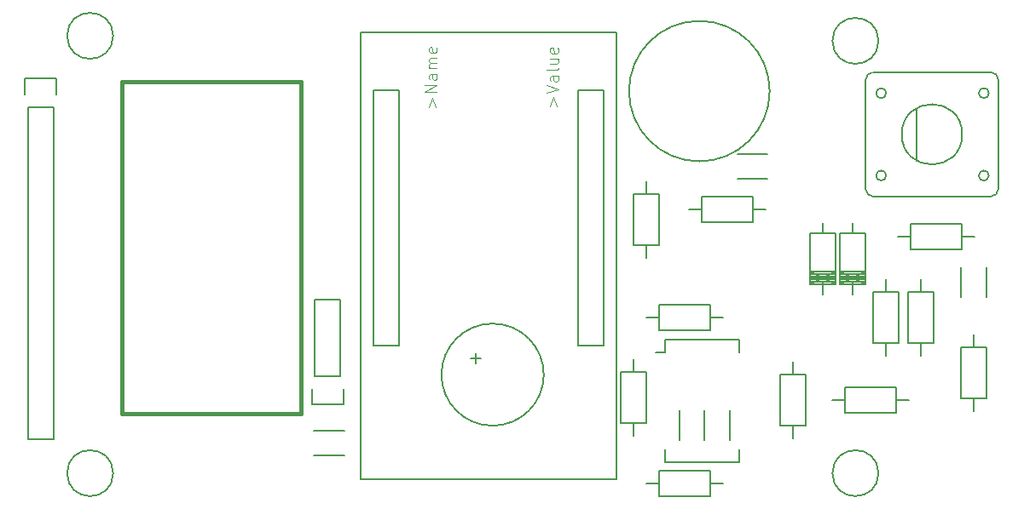
<source format=gbr>
G04 #@! TF.FileFunction,Legend,Top*
%FSLAX46Y46*%
G04 Gerber Fmt 4.6, Leading zero omitted, Abs format (unit mm)*
G04 Created by KiCad (PCBNEW 4.0.6) date 2017 May 09, Tuesday 22:38:20*
%MOMM*%
%LPD*%
G01*
G04 APERTURE LIST*
%ADD10C,0.100000*%
%ADD11C,0.127000*%
%ADD12C,0.150000*%
%ADD13C,0.200000*%
%ADD14C,0.381000*%
%ADD15C,0.101600*%
G04 APERTURE END LIST*
D10*
D11*
X125170000Y-92390000D02*
X127710000Y-92390000D01*
X127710000Y-92390000D02*
X127710000Y-117790000D01*
X127710000Y-117790000D02*
X125170000Y-117790000D01*
X125170000Y-117790000D02*
X125170000Y-92390000D01*
X145490000Y-92390000D02*
X148030000Y-92390000D01*
X148030000Y-92390000D02*
X148030000Y-117790000D01*
X148030000Y-117790000D02*
X145490000Y-117790000D01*
X145490000Y-117790000D02*
X145490000Y-92390000D01*
X149300000Y-86675000D02*
X149300000Y-131125000D01*
X149300000Y-131125000D02*
X123900000Y-131125000D01*
X123900000Y-131125000D02*
X123900000Y-86675000D01*
X123900000Y-86675000D02*
X149300000Y-86675000D01*
D12*
X99286000Y-87000000D02*
G75*
G03X99286000Y-87000000I-2286000J0D01*
G01*
X99286000Y-130500000D02*
G75*
G03X99286000Y-130500000I-2286000J0D01*
G01*
X175286000Y-87500000D02*
G75*
G03X175286000Y-87500000I-2286000J0D01*
G01*
X175286000Y-130500000D02*
G75*
G03X175286000Y-130500000I-2286000J0D01*
G01*
X135319000Y-118541000D02*
X135319000Y-119557000D01*
X134811000Y-119049000D02*
X135827000Y-119049000D01*
X142050000Y-120700000D02*
G75*
G03X142050000Y-120700000I-5080000J0D01*
G01*
X160500000Y-124250000D02*
X160500000Y-127250000D01*
X158000000Y-127250000D02*
X158000000Y-124250000D01*
X158000000Y-124250000D02*
X158000000Y-127250000D01*
X155500000Y-127250000D02*
X155500000Y-124250000D01*
X183500000Y-113000000D02*
X183500000Y-110000000D01*
X186000000Y-110000000D02*
X186000000Y-113000000D01*
X161250000Y-98750000D02*
X164250000Y-98750000D01*
X164250000Y-101250000D02*
X161250000Y-101250000D01*
X119250000Y-126250000D02*
X122250000Y-126250000D01*
X122250000Y-128750000D02*
X119250000Y-128750000D01*
X169747460Y-106630000D02*
X169747460Y-105614000D01*
X169747460Y-111456000D02*
X169747460Y-112726000D01*
X168477460Y-111202000D02*
X171017460Y-111202000D01*
X168477460Y-110948000D02*
X171017460Y-110948000D01*
X168477460Y-110694000D02*
X171017460Y-110694000D01*
X168477460Y-111456000D02*
X171017460Y-111456000D01*
X168477460Y-110440000D02*
X171017460Y-111710000D01*
X168477460Y-111710000D02*
X171017460Y-110440000D01*
X168477460Y-110440000D02*
X171017460Y-110440000D01*
X168477460Y-111075000D02*
X171017460Y-111075000D01*
X171017460Y-111710000D02*
X168477460Y-111710000D01*
X168477460Y-111710000D02*
X168477460Y-106630000D01*
X168477460Y-106630000D02*
X171017460Y-106630000D01*
X171017460Y-106630000D02*
X171017460Y-111710000D01*
X172747460Y-106630000D02*
X172747460Y-105614000D01*
X172747460Y-111456000D02*
X172747460Y-112726000D01*
X171477460Y-111202000D02*
X174017460Y-111202000D01*
X171477460Y-110948000D02*
X174017460Y-110948000D01*
X171477460Y-110694000D02*
X174017460Y-110694000D01*
X171477460Y-111456000D02*
X174017460Y-111456000D01*
X171477460Y-110440000D02*
X174017460Y-111710000D01*
X171477460Y-111710000D02*
X174017460Y-110440000D01*
X171477460Y-110440000D02*
X174017460Y-110440000D01*
X171477460Y-111075000D02*
X174017460Y-111075000D01*
X174017460Y-111710000D02*
X171477460Y-111710000D01*
X171477460Y-111710000D02*
X171477460Y-106630000D01*
X171477460Y-106630000D02*
X174017460Y-106630000D01*
X174017460Y-106630000D02*
X174017460Y-111710000D01*
D13*
X186250000Y-100900000D02*
G75*
G03X186250000Y-100900000I-500000J0D01*
G01*
X186250000Y-92700000D02*
G75*
G03X186250000Y-92700000I-500000J0D01*
G01*
X176050000Y-92700000D02*
G75*
G03X176050000Y-92700000I-500000J0D01*
G01*
X176050000Y-100900000D02*
G75*
G03X176050000Y-100900000I-500000J0D01*
G01*
X186400000Y-103000000D02*
X174800000Y-103000000D01*
X174800000Y-90600000D02*
X186400000Y-90600000D01*
X174000000Y-102200000D02*
X174000000Y-91400000D01*
X187200000Y-102200000D02*
X187200000Y-91400000D01*
X174000000Y-102200000D02*
G75*
G03X174800000Y-103000000I800000J0D01*
G01*
X186400000Y-103000000D02*
G75*
G03X187200000Y-102200000I0J800000D01*
G01*
X187200000Y-91400000D02*
G75*
G03X186400000Y-90600000I-800000J0D01*
G01*
X174800000Y-90600000D02*
G75*
G03X174000000Y-91400000I0J-800000D01*
G01*
X179100000Y-99400000D02*
X179100000Y-94200000D01*
X183600000Y-96800000D02*
G75*
G03X183600000Y-96800000I-3000000J0D01*
G01*
D12*
X154135000Y-117205000D02*
X154135000Y-118475000D01*
X161485000Y-117205000D02*
X161485000Y-118475000D01*
X161485000Y-129415000D02*
X161485000Y-128145000D01*
X154135000Y-129415000D02*
X154135000Y-128145000D01*
X154135000Y-117205000D02*
X161485000Y-117205000D01*
X154135000Y-129415000D02*
X161485000Y-129415000D01*
X154135000Y-118475000D02*
X153200000Y-118475000D01*
D14*
X100200000Y-124610000D02*
X117980000Y-124610000D01*
X100200000Y-91590000D02*
X117980000Y-91590000D01*
X100200000Y-124610000D02*
X100200000Y-91590000D01*
X117980000Y-91590000D02*
X117980000Y-124610000D01*
D12*
X164485000Y-92500000D02*
G75*
G03X164485000Y-92500000I-6985000J0D01*
G01*
X93370000Y-94070000D02*
X93370000Y-127090000D01*
X93370000Y-127090000D02*
X90830000Y-127090000D01*
X90830000Y-127090000D02*
X90830000Y-94070000D01*
X90550000Y-91250000D02*
X90550000Y-92800000D01*
X90830000Y-94070000D02*
X93370000Y-94070000D01*
X93650000Y-92800000D02*
X93650000Y-91250000D01*
X93650000Y-91250000D02*
X90550000Y-91250000D01*
X119330000Y-120830000D02*
X119330000Y-113210000D01*
X121870000Y-120830000D02*
X121870000Y-113210000D01*
X122150000Y-123650000D02*
X122150000Y-122100000D01*
X119330000Y-113210000D02*
X121870000Y-113210000D01*
X121870000Y-120830000D02*
X119330000Y-120830000D01*
X119050000Y-122100000D02*
X119050000Y-123650000D01*
X119050000Y-123650000D02*
X122150000Y-123650000D01*
X153460000Y-113730000D02*
X158540000Y-113730000D01*
X158540000Y-113730000D02*
X158540000Y-116270000D01*
X158540000Y-116270000D02*
X153460000Y-116270000D01*
X153460000Y-116270000D02*
X153460000Y-113730000D01*
X153460000Y-115000000D02*
X152190000Y-115000000D01*
X158540000Y-115000000D02*
X159810000Y-115000000D01*
X178460000Y-105730000D02*
X183540000Y-105730000D01*
X183540000Y-105730000D02*
X183540000Y-108270000D01*
X183540000Y-108270000D02*
X178460000Y-108270000D01*
X178460000Y-108270000D02*
X178460000Y-105730000D01*
X178460000Y-107000000D02*
X177190000Y-107000000D01*
X183540000Y-107000000D02*
X184810000Y-107000000D01*
X174730000Y-117540000D02*
X174730000Y-112460000D01*
X174730000Y-112460000D02*
X177270000Y-112460000D01*
X177270000Y-112460000D02*
X177270000Y-117540000D01*
X177270000Y-117540000D02*
X174730000Y-117540000D01*
X176000000Y-117540000D02*
X176000000Y-118810000D01*
X176000000Y-112460000D02*
X176000000Y-111190000D01*
X178230000Y-117540000D02*
X178230000Y-112460000D01*
X178230000Y-112460000D02*
X180770000Y-112460000D01*
X180770000Y-112460000D02*
X180770000Y-117540000D01*
X180770000Y-117540000D02*
X178230000Y-117540000D01*
X179500000Y-117540000D02*
X179500000Y-118810000D01*
X179500000Y-112460000D02*
X179500000Y-111190000D01*
X153520000Y-102710000D02*
X153520000Y-107790000D01*
X153520000Y-107790000D02*
X150980000Y-107790000D01*
X150980000Y-107790000D02*
X150980000Y-102710000D01*
X150980000Y-102710000D02*
X153520000Y-102710000D01*
X152250000Y-102710000D02*
X152250000Y-101440000D01*
X152250000Y-107790000D02*
X152250000Y-109060000D01*
X183480000Y-123040000D02*
X183480000Y-117960000D01*
X183480000Y-117960000D02*
X186020000Y-117960000D01*
X186020000Y-117960000D02*
X186020000Y-123040000D01*
X186020000Y-123040000D02*
X183480000Y-123040000D01*
X184750000Y-123040000D02*
X184750000Y-124310000D01*
X184750000Y-117960000D02*
X184750000Y-116690000D01*
X171960000Y-121980000D02*
X177040000Y-121980000D01*
X177040000Y-121980000D02*
X177040000Y-124520000D01*
X177040000Y-124520000D02*
X171960000Y-124520000D01*
X171960000Y-124520000D02*
X171960000Y-121980000D01*
X171960000Y-123250000D02*
X170690000Y-123250000D01*
X177040000Y-123250000D02*
X178310000Y-123250000D01*
X157710000Y-102980000D02*
X162790000Y-102980000D01*
X162790000Y-102980000D02*
X162790000Y-105520000D01*
X162790000Y-105520000D02*
X157710000Y-105520000D01*
X157710000Y-105520000D02*
X157710000Y-102980000D01*
X157710000Y-104250000D02*
X156440000Y-104250000D01*
X162790000Y-104250000D02*
X164060000Y-104250000D01*
X158540000Y-132770000D02*
X153460000Y-132770000D01*
X153460000Y-132770000D02*
X153460000Y-130230000D01*
X153460000Y-130230000D02*
X158540000Y-130230000D01*
X158540000Y-130230000D02*
X158540000Y-132770000D01*
X158540000Y-131500000D02*
X159810000Y-131500000D01*
X153460000Y-131500000D02*
X152190000Y-131500000D01*
X168070000Y-120660000D02*
X168070000Y-125740000D01*
X168070000Y-125740000D02*
X165530000Y-125740000D01*
X165530000Y-125740000D02*
X165530000Y-120660000D01*
X165530000Y-120660000D02*
X168070000Y-120660000D01*
X166800000Y-120660000D02*
X166800000Y-119390000D01*
X166800000Y-125740000D02*
X166800000Y-127010000D01*
X152270000Y-120460000D02*
X152270000Y-125540000D01*
X152270000Y-125540000D02*
X149730000Y-125540000D01*
X149730000Y-125540000D02*
X149730000Y-120460000D01*
X149730000Y-120460000D02*
X152270000Y-120460000D01*
X151000000Y-120460000D02*
X151000000Y-119190000D01*
X151000000Y-125540000D02*
X151000000Y-126810000D01*
D15*
X142691464Y-94021345D02*
X143036179Y-93102107D01*
X143380893Y-94021345D01*
X142289298Y-92699940D02*
X143495798Y-92297774D01*
X142289298Y-91895607D01*
X143495798Y-90976369D02*
X142863821Y-90976369D01*
X142748917Y-91033821D01*
X142691464Y-91148726D01*
X142691464Y-91378535D01*
X142748917Y-91493440D01*
X143438345Y-90976369D02*
X143495798Y-91091273D01*
X143495798Y-91378535D01*
X143438345Y-91493440D01*
X143323440Y-91550892D01*
X143208536Y-91550892D01*
X143093631Y-91493440D01*
X143036179Y-91378535D01*
X143036179Y-91091273D01*
X142978726Y-90976369D01*
X143495798Y-90229488D02*
X143438345Y-90344393D01*
X143323440Y-90401845D01*
X142289298Y-90401845D01*
X142691464Y-89252798D02*
X143495798Y-89252798D01*
X142691464Y-89769869D02*
X143323440Y-89769869D01*
X143438345Y-89712417D01*
X143495798Y-89597512D01*
X143495798Y-89425155D01*
X143438345Y-89310250D01*
X143380893Y-89252798D01*
X143438345Y-88218655D02*
X143495798Y-88333560D01*
X143495798Y-88563369D01*
X143438345Y-88678274D01*
X143323440Y-88735726D01*
X142863821Y-88735726D01*
X142748917Y-88678274D01*
X142691464Y-88563369D01*
X142691464Y-88333560D01*
X142748917Y-88218655D01*
X142863821Y-88161203D01*
X142978726Y-88161203D01*
X143093631Y-88735726D01*
X130626464Y-94078797D02*
X130971179Y-93159559D01*
X131315893Y-94078797D01*
X131430798Y-92585035D02*
X130224298Y-92585035D01*
X131430798Y-91895607D01*
X130224298Y-91895607D01*
X131430798Y-90804012D02*
X130798821Y-90804012D01*
X130683917Y-90861464D01*
X130626464Y-90976369D01*
X130626464Y-91206178D01*
X130683917Y-91321083D01*
X131373345Y-90804012D02*
X131430798Y-90918916D01*
X131430798Y-91206178D01*
X131373345Y-91321083D01*
X131258440Y-91378535D01*
X131143536Y-91378535D01*
X131028631Y-91321083D01*
X130971179Y-91206178D01*
X130971179Y-90918916D01*
X130913726Y-90804012D01*
X131430798Y-90229488D02*
X130626464Y-90229488D01*
X130741369Y-90229488D02*
X130683917Y-90172036D01*
X130626464Y-90057131D01*
X130626464Y-89884774D01*
X130683917Y-89769869D01*
X130798821Y-89712417D01*
X131430798Y-89712417D01*
X130798821Y-89712417D02*
X130683917Y-89654964D01*
X130626464Y-89540060D01*
X130626464Y-89367702D01*
X130683917Y-89252798D01*
X130798821Y-89195345D01*
X131430798Y-89195345D01*
X131373345Y-88161202D02*
X131430798Y-88276107D01*
X131430798Y-88505916D01*
X131373345Y-88620821D01*
X131258440Y-88678273D01*
X130798821Y-88678273D01*
X130683917Y-88620821D01*
X130626464Y-88505916D01*
X130626464Y-88276107D01*
X130683917Y-88161202D01*
X130798821Y-88103750D01*
X130913726Y-88103750D01*
X131028631Y-88678273D01*
M02*

</source>
